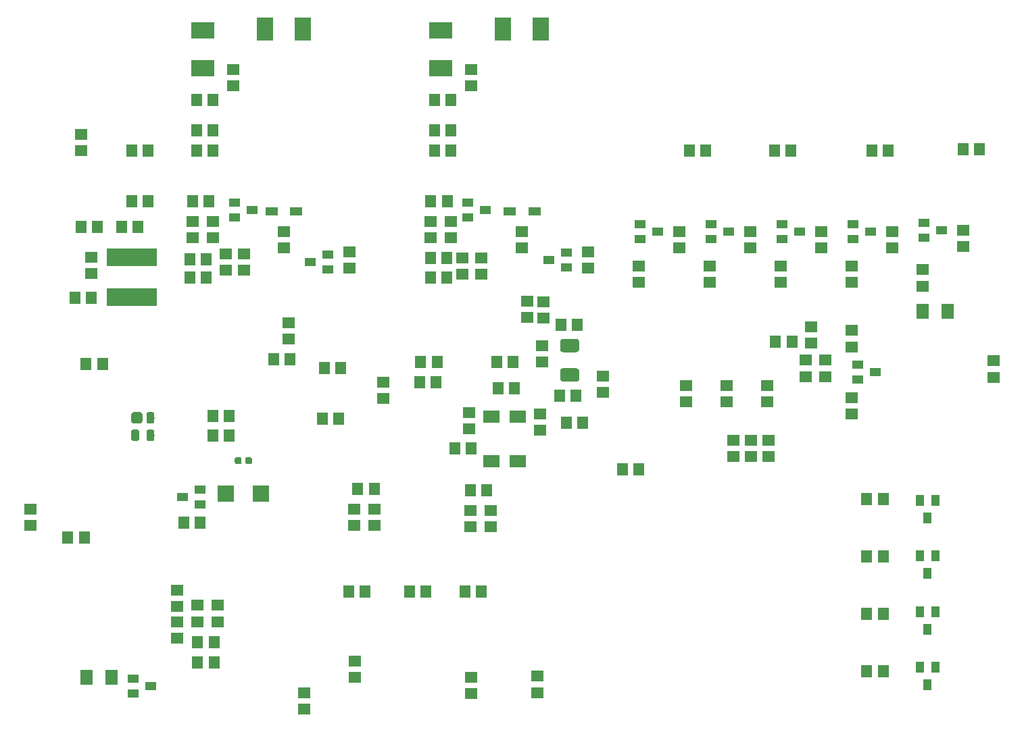
<source format=gbr>
G04 #@! TF.GenerationSoftware,KiCad,Pcbnew,5.1.2-f72e74a~84~ubuntu18.04.1*
G04 #@! TF.CreationDate,2019-05-31T10:47:24-04:00*
G04 #@! TF.ProjectId,Master_Board,4d617374-6572-45f4-926f-6172642e6b69,rev?*
G04 #@! TF.SameCoordinates,Original*
G04 #@! TF.FileFunction,Paste,Bot*
G04 #@! TF.FilePolarity,Positive*
%FSLAX46Y46*%
G04 Gerber Fmt 4.6, Leading zero omitted, Abs format (unit mm)*
G04 Created by KiCad (PCBNEW 5.1.2-f72e74a~84~ubuntu18.04.1) date 2019-05-31 10:47:24*
%MOMM*%
%LPD*%
G04 APERTURE LIST*
%ADD10R,1.400000X1.000000*%
%ADD11R,1.400000X1.500000*%
%ADD12R,1.500000X1.400000*%
%ADD13R,2.000000X3.000000*%
%ADD14R,1.500000X1.000000*%
%ADD15R,3.000000X2.000000*%
%ADD16R,6.300000X2.200000*%
%ADD17R,1.000000X1.400000*%
%ADD18R,1.600000X1.900000*%
%ADD19R,2.000000X1.600000*%
%ADD20C,0.100000*%
%ADD21C,0.850000*%
%ADD22C,1.700000*%
%ADD23C,1.400000*%
%ADD24C,1.000000*%
%ADD25R,2.000000X2.000000*%
G04 APERTURE END LIST*
D10*
X146982000Y-69858184D03*
X146982000Y-67958184D03*
X149182000Y-68908184D03*
X117772000Y-69858184D03*
X117772000Y-67958184D03*
X119972000Y-68908184D03*
D11*
X160708980Y-83286638D03*
X158658980Y-83286638D03*
D12*
X132738116Y-106404511D03*
X132738116Y-108454511D03*
D11*
X158513980Y-92176638D03*
X160563980Y-92176638D03*
D12*
X147152645Y-94292319D03*
X147152645Y-96342319D03*
X184673815Y-97795908D03*
X184673815Y-99845908D03*
X154432000Y-82388184D03*
X154432000Y-80338184D03*
X156508966Y-82458111D03*
X156508966Y-80408111D03*
X156042645Y-96487319D03*
X156042645Y-94437319D03*
X163957000Y-89718184D03*
X163957000Y-91768184D03*
D11*
X152672000Y-87958184D03*
X150622000Y-87958184D03*
X159367000Y-95578184D03*
X161417000Y-95578184D03*
X130828000Y-95070184D03*
X128778000Y-95070184D03*
X143147000Y-87958184D03*
X141097000Y-87958184D03*
X140952000Y-90498184D03*
X143002000Y-90498184D03*
X145397000Y-98753184D03*
X147447000Y-98753184D03*
D12*
X149865035Y-106541648D03*
X149865035Y-108591648D03*
X126492000Y-131463000D03*
X126492000Y-129413000D03*
X132842000Y-125458000D03*
X132842000Y-127508000D03*
X147447000Y-129558000D03*
X147447000Y-127508000D03*
X155702000Y-127363000D03*
X155702000Y-129413000D03*
X189992000Y-85563184D03*
X189992000Y-83513184D03*
X189357000Y-89780212D03*
X189357000Y-87730212D03*
X191791554Y-89780212D03*
X191791554Y-87730212D03*
X195072000Y-94453184D03*
X195072000Y-92403184D03*
X195072000Y-84003184D03*
X195072000Y-86053184D03*
D11*
X115207000Y-123063000D03*
X113157000Y-123063000D03*
D12*
X113157000Y-118473000D03*
X113157000Y-120523000D03*
X115697000Y-118473000D03*
X115697000Y-120523000D03*
X110617000Y-122573000D03*
X110617000Y-120523000D03*
X110617000Y-116568000D03*
X110617000Y-118618000D03*
D11*
X113012000Y-58928000D03*
X115062000Y-58928000D03*
X142857000Y-58928000D03*
X144907000Y-58928000D03*
X115062000Y-61468000D03*
X113012000Y-61468000D03*
X144907000Y-61468000D03*
X142857000Y-61468000D03*
D12*
X98552000Y-59418000D03*
X98552000Y-61468000D03*
X99822000Y-76853000D03*
X99822000Y-74803000D03*
D11*
X114572000Y-67818000D03*
X112522000Y-67818000D03*
X144417000Y-67818000D03*
X142367000Y-67818000D03*
X97772000Y-79883000D03*
X99822000Y-79883000D03*
X142313317Y-74954153D03*
X144363317Y-74954153D03*
X114258431Y-75046929D03*
X112208431Y-75046929D03*
D12*
X148717000Y-74923098D03*
X148717000Y-76973098D03*
X116650023Y-74377967D03*
X116650023Y-76427967D03*
D10*
X195877000Y-90178184D03*
X195877000Y-88278184D03*
X198077000Y-89228184D03*
X105072000Y-129548184D03*
X105072000Y-127648184D03*
X107272000Y-128598184D03*
D13*
X126327000Y-46228000D03*
X121577000Y-46228000D03*
X156172000Y-46228000D03*
X151422000Y-46228000D03*
D14*
X155347000Y-69088000D03*
X152247000Y-69088000D03*
X125502000Y-69088000D03*
X122402000Y-69088000D03*
D15*
X113792000Y-46393000D03*
X113792000Y-51143000D03*
X143637000Y-46393000D03*
X143637000Y-51143000D03*
D11*
X100602000Y-70993000D03*
X98552000Y-70993000D03*
D16*
X104902000Y-74843000D03*
X104902000Y-79843000D03*
D10*
X168572000Y-72578000D03*
X168572000Y-70678000D03*
X170772000Y-71628000D03*
X177462000Y-72578000D03*
X177462000Y-70678000D03*
X179662000Y-71628000D03*
X195242000Y-72578000D03*
X195242000Y-70678000D03*
X197442000Y-71628000D03*
X186352000Y-72578000D03*
X186352000Y-70678000D03*
X188552000Y-71628000D03*
X159342000Y-74236817D03*
X159342000Y-76136817D03*
X157142000Y-75186817D03*
X129497000Y-74488000D03*
X129497000Y-76388000D03*
X127297000Y-75438000D03*
D17*
X203647000Y-126228184D03*
X205547000Y-126228184D03*
X204597000Y-128428184D03*
X203647000Y-105273184D03*
X205547000Y-105273184D03*
X204597000Y-107473184D03*
X203647000Y-112258184D03*
X205547000Y-112258184D03*
X204597000Y-114458184D03*
X203647000Y-119243184D03*
X205547000Y-119243184D03*
X204597000Y-121443184D03*
D11*
X133228116Y-103864511D03*
X135278116Y-103864511D03*
D12*
X156337000Y-85908184D03*
X156337000Y-87958184D03*
X135278116Y-108454511D03*
X135278116Y-106404511D03*
X182451315Y-97795908D03*
X182451315Y-99845908D03*
X180228815Y-97795908D03*
X180228815Y-99845908D03*
D11*
X150817645Y-91262319D03*
X152867645Y-91262319D03*
X131082000Y-88720184D03*
X129032000Y-88720184D03*
D12*
X136398000Y-90480184D03*
X136398000Y-92530184D03*
X184531000Y-92982000D03*
X184531000Y-90932000D03*
X179451000Y-92982000D03*
X179451000Y-90932000D03*
X147325035Y-108591648D03*
X147325035Y-106541648D03*
D11*
X149375035Y-104001648D03*
X147325035Y-104001648D03*
D12*
X174371000Y-92982000D03*
X174371000Y-90932000D03*
D11*
X166352000Y-101420184D03*
X168402000Y-101420184D03*
X132062000Y-116713000D03*
X134112000Y-116713000D03*
X139682000Y-116713000D03*
X141732000Y-116713000D03*
X146667000Y-116713000D03*
X148717000Y-116713000D03*
X187597000Y-85418184D03*
X185547000Y-85418184D03*
D18*
X207062000Y-81608184D03*
X203962000Y-81608184D03*
D12*
X212852000Y-87813184D03*
X212852000Y-89863184D03*
D11*
X113157000Y-125603000D03*
X115207000Y-125603000D03*
D18*
X99262000Y-127508000D03*
X102362000Y-127508000D03*
D12*
X168402000Y-75928000D03*
X168402000Y-77978000D03*
X177292000Y-75928000D03*
X177292000Y-77978000D03*
X195072000Y-75928000D03*
X195072000Y-77978000D03*
X186182000Y-75928000D03*
X186182000Y-77978000D03*
X173482000Y-73678000D03*
X173482000Y-71628000D03*
X182372000Y-73678000D03*
X182372000Y-71628000D03*
X200152000Y-73678000D03*
X200152000Y-71628000D03*
X191262000Y-73678000D03*
X191262000Y-71628000D03*
D11*
X176802000Y-61468000D03*
X174752000Y-61468000D03*
X199662000Y-61468000D03*
X197612000Y-61468000D03*
X187452000Y-61468000D03*
X185402000Y-61468000D03*
X124732000Y-87630000D03*
X122682000Y-87630000D03*
D12*
X124587000Y-85108000D03*
X124587000Y-83058000D03*
X153797000Y-73678000D03*
X153797000Y-71628000D03*
X123952000Y-73678000D03*
X123952000Y-71628000D03*
X162052000Y-76218000D03*
X162052000Y-74168000D03*
X132207000Y-76218000D03*
X132207000Y-74168000D03*
D11*
X199027000Y-126693184D03*
X196977000Y-126693184D03*
D12*
X117602000Y-53358000D03*
X117602000Y-51308000D03*
D11*
X113012000Y-55118000D03*
X115062000Y-55118000D03*
D12*
X147447000Y-53358000D03*
X147447000Y-51308000D03*
D11*
X142857000Y-55118000D03*
X144907000Y-55118000D03*
D12*
X115062000Y-72408000D03*
X115062000Y-70358000D03*
X112522000Y-72408000D03*
X112522000Y-70358000D03*
X144907000Y-72408000D03*
X144907000Y-70358000D03*
X142367000Y-72408000D03*
X142367000Y-70358000D03*
D11*
X114258431Y-77343000D03*
X112208431Y-77343000D03*
X144363317Y-77343000D03*
X142313317Y-77343000D03*
D12*
X146327744Y-76968098D03*
X146327744Y-74918098D03*
X118946094Y-76427967D03*
X118946094Y-74377967D03*
D11*
X105682000Y-70993000D03*
X103632000Y-70993000D03*
X106952000Y-61468000D03*
X104902000Y-61468000D03*
X106952000Y-67818000D03*
X104902000Y-67818000D03*
D12*
X92202000Y-108423184D03*
X92202000Y-106373184D03*
D11*
X199027000Y-105103184D03*
X196977000Y-105103184D03*
X199027000Y-112299850D03*
X196977000Y-112299850D03*
X199027000Y-119496516D03*
X196977000Y-119496516D03*
X117112000Y-97155000D03*
X115062000Y-97155000D03*
X117112000Y-94742000D03*
X115062000Y-94742000D03*
D19*
X149947645Y-94787319D03*
X149947645Y-100437319D03*
X153247645Y-100437319D03*
X153247645Y-94787319D03*
D20*
G36*
X119770329Y-99906023D02*
G01*
X119790957Y-99909083D01*
X119811185Y-99914150D01*
X119830820Y-99921176D01*
X119849672Y-99930092D01*
X119867559Y-99940813D01*
X119884309Y-99953235D01*
X119899760Y-99967240D01*
X119913765Y-99982691D01*
X119926187Y-99999441D01*
X119936908Y-100017328D01*
X119945824Y-100036180D01*
X119952850Y-100055815D01*
X119957917Y-100076043D01*
X119960977Y-100096671D01*
X119962000Y-100117500D01*
X119962000Y-100542500D01*
X119960977Y-100563329D01*
X119957917Y-100583957D01*
X119952850Y-100604185D01*
X119945824Y-100623820D01*
X119936908Y-100642672D01*
X119926187Y-100660559D01*
X119913765Y-100677309D01*
X119899760Y-100692760D01*
X119884309Y-100706765D01*
X119867559Y-100719187D01*
X119849672Y-100729908D01*
X119830820Y-100738824D01*
X119811185Y-100745850D01*
X119790957Y-100750917D01*
X119770329Y-100753977D01*
X119749500Y-100755000D01*
X119324500Y-100755000D01*
X119303671Y-100753977D01*
X119283043Y-100750917D01*
X119262815Y-100745850D01*
X119243180Y-100738824D01*
X119224328Y-100729908D01*
X119206441Y-100719187D01*
X119189691Y-100706765D01*
X119174240Y-100692760D01*
X119160235Y-100677309D01*
X119147813Y-100660559D01*
X119137092Y-100642672D01*
X119128176Y-100623820D01*
X119121150Y-100604185D01*
X119116083Y-100583957D01*
X119113023Y-100563329D01*
X119112000Y-100542500D01*
X119112000Y-100117500D01*
X119113023Y-100096671D01*
X119116083Y-100076043D01*
X119121150Y-100055815D01*
X119128176Y-100036180D01*
X119137092Y-100017328D01*
X119147813Y-99999441D01*
X119160235Y-99982691D01*
X119174240Y-99967240D01*
X119189691Y-99953235D01*
X119206441Y-99940813D01*
X119224328Y-99930092D01*
X119243180Y-99921176D01*
X119262815Y-99914150D01*
X119283043Y-99909083D01*
X119303671Y-99906023D01*
X119324500Y-99905000D01*
X119749500Y-99905000D01*
X119770329Y-99906023D01*
X119770329Y-99906023D01*
G37*
D21*
X119537000Y-100330000D03*
D20*
G36*
X118470329Y-99906023D02*
G01*
X118490957Y-99909083D01*
X118511185Y-99914150D01*
X118530820Y-99921176D01*
X118549672Y-99930092D01*
X118567559Y-99940813D01*
X118584309Y-99953235D01*
X118599760Y-99967240D01*
X118613765Y-99982691D01*
X118626187Y-99999441D01*
X118636908Y-100017328D01*
X118645824Y-100036180D01*
X118652850Y-100055815D01*
X118657917Y-100076043D01*
X118660977Y-100096671D01*
X118662000Y-100117500D01*
X118662000Y-100542500D01*
X118660977Y-100563329D01*
X118657917Y-100583957D01*
X118652850Y-100604185D01*
X118645824Y-100623820D01*
X118636908Y-100642672D01*
X118626187Y-100660559D01*
X118613765Y-100677309D01*
X118599760Y-100692760D01*
X118584309Y-100706765D01*
X118567559Y-100719187D01*
X118549672Y-100729908D01*
X118530820Y-100738824D01*
X118511185Y-100745850D01*
X118490957Y-100750917D01*
X118470329Y-100753977D01*
X118449500Y-100755000D01*
X118024500Y-100755000D01*
X118003671Y-100753977D01*
X117983043Y-100750917D01*
X117962815Y-100745850D01*
X117943180Y-100738824D01*
X117924328Y-100729908D01*
X117906441Y-100719187D01*
X117889691Y-100706765D01*
X117874240Y-100692760D01*
X117860235Y-100677309D01*
X117847813Y-100660559D01*
X117837092Y-100642672D01*
X117828176Y-100623820D01*
X117821150Y-100604185D01*
X117816083Y-100583957D01*
X117813023Y-100563329D01*
X117812000Y-100542500D01*
X117812000Y-100117500D01*
X117813023Y-100096671D01*
X117816083Y-100076043D01*
X117821150Y-100055815D01*
X117828176Y-100036180D01*
X117837092Y-100017328D01*
X117847813Y-99999441D01*
X117860235Y-99982691D01*
X117874240Y-99967240D01*
X117889691Y-99953235D01*
X117906441Y-99940813D01*
X117924328Y-99930092D01*
X117943180Y-99921176D01*
X117962815Y-99914150D01*
X117983043Y-99909083D01*
X118003671Y-99906023D01*
X118024500Y-99905000D01*
X118449500Y-99905000D01*
X118470329Y-99906023D01*
X118470329Y-99906023D01*
G37*
D21*
X118237000Y-100330000D03*
D20*
G36*
X160565821Y-88733684D02*
G01*
X160607077Y-88739804D01*
X160647535Y-88749938D01*
X160686804Y-88763989D01*
X160724508Y-88781821D01*
X160760281Y-88803263D01*
X160793781Y-88828109D01*
X160824684Y-88856118D01*
X160852693Y-88887021D01*
X160877539Y-88920521D01*
X160898981Y-88956294D01*
X160916813Y-88993998D01*
X160930864Y-89033267D01*
X160940998Y-89073725D01*
X160947118Y-89114981D01*
X160949164Y-89156638D01*
X160949164Y-90006638D01*
X160947118Y-90048295D01*
X160940998Y-90089551D01*
X160930864Y-90130009D01*
X160916813Y-90169278D01*
X160898981Y-90206982D01*
X160877539Y-90242755D01*
X160852693Y-90276255D01*
X160824684Y-90307158D01*
X160793781Y-90335167D01*
X160760281Y-90360013D01*
X160724508Y-90381455D01*
X160686804Y-90399287D01*
X160647535Y-90413338D01*
X160607077Y-90423472D01*
X160565821Y-90429592D01*
X160524164Y-90431638D01*
X158974164Y-90431638D01*
X158932507Y-90429592D01*
X158891251Y-90423472D01*
X158850793Y-90413338D01*
X158811524Y-90399287D01*
X158773820Y-90381455D01*
X158738047Y-90360013D01*
X158704547Y-90335167D01*
X158673644Y-90307158D01*
X158645635Y-90276255D01*
X158620789Y-90242755D01*
X158599347Y-90206982D01*
X158581515Y-90169278D01*
X158567464Y-90130009D01*
X158557330Y-90089551D01*
X158551210Y-90048295D01*
X158549164Y-90006638D01*
X158549164Y-89156638D01*
X158551210Y-89114981D01*
X158557330Y-89073725D01*
X158567464Y-89033267D01*
X158581515Y-88993998D01*
X158599347Y-88956294D01*
X158620789Y-88920521D01*
X158645635Y-88887021D01*
X158673644Y-88856118D01*
X158704547Y-88828109D01*
X158738047Y-88803263D01*
X158773820Y-88781821D01*
X158811524Y-88763989D01*
X158850793Y-88749938D01*
X158891251Y-88739804D01*
X158932507Y-88733684D01*
X158974164Y-88731638D01*
X160524164Y-88731638D01*
X160565821Y-88733684D01*
X160565821Y-88733684D01*
G37*
D22*
X159749164Y-89581638D03*
D20*
G36*
X160565821Y-85033684D02*
G01*
X160607077Y-85039804D01*
X160647535Y-85049938D01*
X160686804Y-85063989D01*
X160724508Y-85081821D01*
X160760281Y-85103263D01*
X160793781Y-85128109D01*
X160824684Y-85156118D01*
X160852693Y-85187021D01*
X160877539Y-85220521D01*
X160898981Y-85256294D01*
X160916813Y-85293998D01*
X160930864Y-85333267D01*
X160940998Y-85373725D01*
X160947118Y-85414981D01*
X160949164Y-85456638D01*
X160949164Y-86306638D01*
X160947118Y-86348295D01*
X160940998Y-86389551D01*
X160930864Y-86430009D01*
X160916813Y-86469278D01*
X160898981Y-86506982D01*
X160877539Y-86542755D01*
X160852693Y-86576255D01*
X160824684Y-86607158D01*
X160793781Y-86635167D01*
X160760281Y-86660013D01*
X160724508Y-86681455D01*
X160686804Y-86699287D01*
X160647535Y-86713338D01*
X160607077Y-86723472D01*
X160565821Y-86729592D01*
X160524164Y-86731638D01*
X158974164Y-86731638D01*
X158932507Y-86729592D01*
X158891251Y-86723472D01*
X158850793Y-86713338D01*
X158811524Y-86699287D01*
X158773820Y-86681455D01*
X158738047Y-86660013D01*
X158704547Y-86635167D01*
X158673644Y-86607158D01*
X158645635Y-86576255D01*
X158620789Y-86542755D01*
X158599347Y-86506982D01*
X158581515Y-86469278D01*
X158567464Y-86430009D01*
X158557330Y-86389551D01*
X158551210Y-86348295D01*
X158549164Y-86306638D01*
X158549164Y-85456638D01*
X158551210Y-85414981D01*
X158557330Y-85373725D01*
X158567464Y-85333267D01*
X158581515Y-85293998D01*
X158599347Y-85256294D01*
X158620789Y-85220521D01*
X158645635Y-85187021D01*
X158673644Y-85156118D01*
X158704547Y-85128109D01*
X158738047Y-85103263D01*
X158773820Y-85081821D01*
X158811524Y-85063989D01*
X158850793Y-85049938D01*
X158891251Y-85039804D01*
X158932507Y-85033684D01*
X158974164Y-85031638D01*
X160524164Y-85031638D01*
X160565821Y-85033684D01*
X160565821Y-85033684D01*
G37*
D22*
X159749164Y-85881638D03*
D10*
X204132000Y-72398184D03*
X204132000Y-70498184D03*
X206332000Y-71448184D03*
D12*
X203962000Y-76383184D03*
X203962000Y-78433184D03*
X209042000Y-73498184D03*
X209042000Y-71448184D03*
D11*
X211092000Y-61288184D03*
X209042000Y-61288184D03*
D20*
G36*
X105921306Y-94244869D02*
G01*
X105955282Y-94249909D01*
X105988600Y-94258255D01*
X106020939Y-94269826D01*
X106051989Y-94284512D01*
X106081450Y-94302170D01*
X106109038Y-94322630D01*
X106134487Y-94345697D01*
X106157554Y-94371146D01*
X106178014Y-94398734D01*
X106195672Y-94428195D01*
X106210358Y-94459245D01*
X106221929Y-94491584D01*
X106230275Y-94524902D01*
X106235315Y-94558878D01*
X106237000Y-94593184D01*
X106237000Y-95293184D01*
X106235315Y-95327490D01*
X106230275Y-95361466D01*
X106221929Y-95394784D01*
X106210358Y-95427123D01*
X106195672Y-95458173D01*
X106178014Y-95487634D01*
X106157554Y-95515222D01*
X106134487Y-95540671D01*
X106109038Y-95563738D01*
X106081450Y-95584198D01*
X106051989Y-95601856D01*
X106020939Y-95616542D01*
X105988600Y-95628113D01*
X105955282Y-95636459D01*
X105921306Y-95641499D01*
X105887000Y-95643184D01*
X105187000Y-95643184D01*
X105152694Y-95641499D01*
X105118718Y-95636459D01*
X105085400Y-95628113D01*
X105053061Y-95616542D01*
X105022011Y-95601856D01*
X104992550Y-95584198D01*
X104964962Y-95563738D01*
X104939513Y-95540671D01*
X104916446Y-95515222D01*
X104895986Y-95487634D01*
X104878328Y-95458173D01*
X104863642Y-95427123D01*
X104852071Y-95394784D01*
X104843725Y-95361466D01*
X104838685Y-95327490D01*
X104837000Y-95293184D01*
X104837000Y-94593184D01*
X104838685Y-94558878D01*
X104843725Y-94524902D01*
X104852071Y-94491584D01*
X104863642Y-94459245D01*
X104878328Y-94428195D01*
X104895986Y-94398734D01*
X104916446Y-94371146D01*
X104939513Y-94345697D01*
X104964962Y-94322630D01*
X104992550Y-94302170D01*
X105022011Y-94284512D01*
X105053061Y-94269826D01*
X105085400Y-94258255D01*
X105118718Y-94249909D01*
X105152694Y-94244869D01*
X105187000Y-94243184D01*
X105887000Y-94243184D01*
X105921306Y-94244869D01*
X105921306Y-94244869D01*
G37*
D23*
X105537000Y-94943184D03*
D20*
G36*
X107511504Y-94244388D02*
G01*
X107535773Y-94247988D01*
X107559571Y-94253949D01*
X107582671Y-94262214D01*
X107604849Y-94272704D01*
X107625893Y-94285317D01*
X107645598Y-94299931D01*
X107663777Y-94316407D01*
X107680253Y-94334586D01*
X107694867Y-94354291D01*
X107707480Y-94375335D01*
X107717970Y-94397513D01*
X107726235Y-94420613D01*
X107732196Y-94444411D01*
X107735796Y-94468680D01*
X107737000Y-94493184D01*
X107737000Y-95393184D01*
X107735796Y-95417688D01*
X107732196Y-95441957D01*
X107726235Y-95465755D01*
X107717970Y-95488855D01*
X107707480Y-95511033D01*
X107694867Y-95532077D01*
X107680253Y-95551782D01*
X107663777Y-95569961D01*
X107645598Y-95586437D01*
X107625893Y-95601051D01*
X107604849Y-95613664D01*
X107582671Y-95624154D01*
X107559571Y-95632419D01*
X107535773Y-95638380D01*
X107511504Y-95641980D01*
X107487000Y-95643184D01*
X106987000Y-95643184D01*
X106962496Y-95641980D01*
X106938227Y-95638380D01*
X106914429Y-95632419D01*
X106891329Y-95624154D01*
X106869151Y-95613664D01*
X106848107Y-95601051D01*
X106828402Y-95586437D01*
X106810223Y-95569961D01*
X106793747Y-95551782D01*
X106779133Y-95532077D01*
X106766520Y-95511033D01*
X106756030Y-95488855D01*
X106747765Y-95465755D01*
X106741804Y-95441957D01*
X106738204Y-95417688D01*
X106737000Y-95393184D01*
X106737000Y-94493184D01*
X106738204Y-94468680D01*
X106741804Y-94444411D01*
X106747765Y-94420613D01*
X106756030Y-94397513D01*
X106766520Y-94375335D01*
X106779133Y-94354291D01*
X106793747Y-94334586D01*
X106810223Y-94316407D01*
X106828402Y-94299931D01*
X106848107Y-94285317D01*
X106869151Y-94272704D01*
X106891329Y-94262214D01*
X106914429Y-94253949D01*
X106938227Y-94247988D01*
X106962496Y-94244388D01*
X106987000Y-94243184D01*
X107487000Y-94243184D01*
X107511504Y-94244388D01*
X107511504Y-94244388D01*
G37*
D24*
X107237000Y-94943184D03*
D20*
G36*
X107511504Y-96444388D02*
G01*
X107535773Y-96447988D01*
X107559571Y-96453949D01*
X107582671Y-96462214D01*
X107604849Y-96472704D01*
X107625893Y-96485317D01*
X107645598Y-96499931D01*
X107663777Y-96516407D01*
X107680253Y-96534586D01*
X107694867Y-96554291D01*
X107707480Y-96575335D01*
X107717970Y-96597513D01*
X107726235Y-96620613D01*
X107732196Y-96644411D01*
X107735796Y-96668680D01*
X107737000Y-96693184D01*
X107737000Y-97593184D01*
X107735796Y-97617688D01*
X107732196Y-97641957D01*
X107726235Y-97665755D01*
X107717970Y-97688855D01*
X107707480Y-97711033D01*
X107694867Y-97732077D01*
X107680253Y-97751782D01*
X107663777Y-97769961D01*
X107645598Y-97786437D01*
X107625893Y-97801051D01*
X107604849Y-97813664D01*
X107582671Y-97824154D01*
X107559571Y-97832419D01*
X107535773Y-97838380D01*
X107511504Y-97841980D01*
X107487000Y-97843184D01*
X106987000Y-97843184D01*
X106962496Y-97841980D01*
X106938227Y-97838380D01*
X106914429Y-97832419D01*
X106891329Y-97824154D01*
X106869151Y-97813664D01*
X106848107Y-97801051D01*
X106828402Y-97786437D01*
X106810223Y-97769961D01*
X106793747Y-97751782D01*
X106779133Y-97732077D01*
X106766520Y-97711033D01*
X106756030Y-97688855D01*
X106747765Y-97665755D01*
X106741804Y-97641957D01*
X106738204Y-97617688D01*
X106737000Y-97593184D01*
X106737000Y-96693184D01*
X106738204Y-96668680D01*
X106741804Y-96644411D01*
X106747765Y-96620613D01*
X106756030Y-96597513D01*
X106766520Y-96575335D01*
X106779133Y-96554291D01*
X106793747Y-96534586D01*
X106810223Y-96516407D01*
X106828402Y-96499931D01*
X106848107Y-96485317D01*
X106869151Y-96472704D01*
X106891329Y-96462214D01*
X106914429Y-96453949D01*
X106938227Y-96447988D01*
X106962496Y-96444388D01*
X106987000Y-96443184D01*
X107487000Y-96443184D01*
X107511504Y-96444388D01*
X107511504Y-96444388D01*
G37*
D24*
X107237000Y-97143184D03*
D20*
G36*
X105611504Y-96444388D02*
G01*
X105635773Y-96447988D01*
X105659571Y-96453949D01*
X105682671Y-96462214D01*
X105704849Y-96472704D01*
X105725893Y-96485317D01*
X105745598Y-96499931D01*
X105763777Y-96516407D01*
X105780253Y-96534586D01*
X105794867Y-96554291D01*
X105807480Y-96575335D01*
X105817970Y-96597513D01*
X105826235Y-96620613D01*
X105832196Y-96644411D01*
X105835796Y-96668680D01*
X105837000Y-96693184D01*
X105837000Y-97593184D01*
X105835796Y-97617688D01*
X105832196Y-97641957D01*
X105826235Y-97665755D01*
X105817970Y-97688855D01*
X105807480Y-97711033D01*
X105794867Y-97732077D01*
X105780253Y-97751782D01*
X105763777Y-97769961D01*
X105745598Y-97786437D01*
X105725893Y-97801051D01*
X105704849Y-97813664D01*
X105682671Y-97824154D01*
X105659571Y-97832419D01*
X105635773Y-97838380D01*
X105611504Y-97841980D01*
X105587000Y-97843184D01*
X105087000Y-97843184D01*
X105062496Y-97841980D01*
X105038227Y-97838380D01*
X105014429Y-97832419D01*
X104991329Y-97824154D01*
X104969151Y-97813664D01*
X104948107Y-97801051D01*
X104928402Y-97786437D01*
X104910223Y-97769961D01*
X104893747Y-97751782D01*
X104879133Y-97732077D01*
X104866520Y-97711033D01*
X104856030Y-97688855D01*
X104847765Y-97665755D01*
X104841804Y-97641957D01*
X104838204Y-97617688D01*
X104837000Y-97593184D01*
X104837000Y-96693184D01*
X104838204Y-96668680D01*
X104841804Y-96644411D01*
X104847765Y-96620613D01*
X104856030Y-96597513D01*
X104866520Y-96575335D01*
X104879133Y-96554291D01*
X104893747Y-96534586D01*
X104910223Y-96516407D01*
X104928402Y-96499931D01*
X104948107Y-96485317D01*
X104969151Y-96472704D01*
X104991329Y-96462214D01*
X105014429Y-96453949D01*
X105038227Y-96447988D01*
X105062496Y-96444388D01*
X105087000Y-96443184D01*
X105587000Y-96443184D01*
X105611504Y-96444388D01*
X105611504Y-96444388D01*
G37*
D24*
X105337000Y-97143184D03*
D11*
X98951000Y-109929184D03*
X96901000Y-109929184D03*
X99187000Y-88212184D03*
X101237000Y-88212184D03*
D25*
X121072000Y-104468184D03*
X116672000Y-104468184D03*
D10*
X111295614Y-104906226D03*
X113495614Y-105856226D03*
X113495614Y-103956226D03*
D11*
X113495614Y-108081226D03*
X111445614Y-108081226D03*
M02*

</source>
